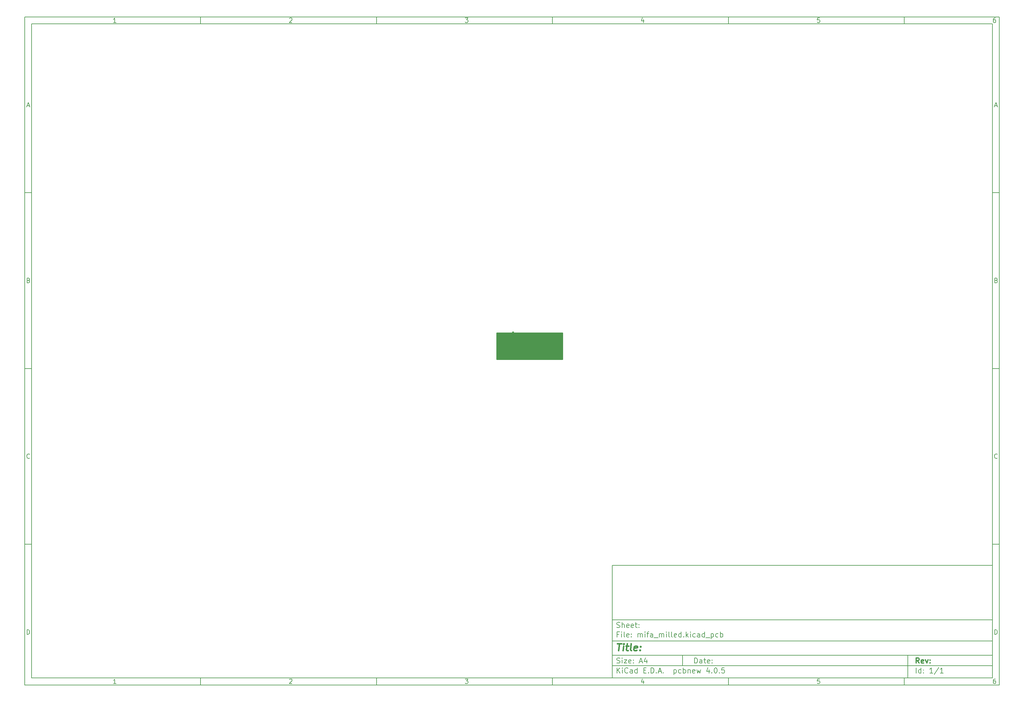
<source format=gbr>
%TF.GenerationSoftware,KiCad,Pcbnew,4.0.5*%
%TF.CreationDate,2017-03-02T13:00:21-08:00*%
%TF.ProjectId,mifa_milled,6D6966615F6D696C6C65642E6B696361,rev?*%
%TF.FileFunction,Copper,L2,Bot,Signal*%
%FSLAX46Y46*%
G04 Gerber Fmt 4.6, Leading zero omitted, Abs format (unit mm)*
G04 Created by KiCad (PCBNEW 4.0.5) date 03/02/17 13:00:21*
%MOMM*%
%LPD*%
G01*
G04 APERTURE LIST*
%ADD10C,0.025400*%
%ADD11C,0.150000*%
%ADD12C,0.300000*%
%ADD13C,0.400000*%
%ADD14R,2.420000X5.080000*%
%ADD15C,0.970000*%
%ADD16R,0.460000X0.890000*%
%ADD17C,0.500380*%
%ADD18C,0.254000*%
G04 APERTURE END LIST*
D10*
D11*
X177002200Y-166007200D02*
X177002200Y-198007200D01*
X285002200Y-198007200D01*
X285002200Y-166007200D01*
X177002200Y-166007200D01*
D10*
D11*
X10000000Y-10000000D02*
X10000000Y-200007200D01*
X287002200Y-200007200D01*
X287002200Y-10000000D01*
X10000000Y-10000000D01*
D10*
D11*
X12000000Y-12000000D02*
X12000000Y-198007200D01*
X285002200Y-198007200D01*
X285002200Y-12000000D01*
X12000000Y-12000000D01*
D10*
D11*
X60000000Y-12000000D02*
X60000000Y-10000000D01*
D10*
D11*
X110000000Y-12000000D02*
X110000000Y-10000000D01*
D10*
D11*
X160000000Y-12000000D02*
X160000000Y-10000000D01*
D10*
D11*
X210000000Y-12000000D02*
X210000000Y-10000000D01*
D10*
D11*
X260000000Y-12000000D02*
X260000000Y-10000000D01*
D10*
D11*
X35990476Y-11588095D02*
X35247619Y-11588095D01*
X35619048Y-11588095D02*
X35619048Y-10288095D01*
X35495238Y-10473810D01*
X35371429Y-10597619D01*
X35247619Y-10659524D01*
D10*
D11*
X85247619Y-10411905D02*
X85309524Y-10350000D01*
X85433333Y-10288095D01*
X85742857Y-10288095D01*
X85866667Y-10350000D01*
X85928571Y-10411905D01*
X85990476Y-10535714D01*
X85990476Y-10659524D01*
X85928571Y-10845238D01*
X85185714Y-11588095D01*
X85990476Y-11588095D01*
D10*
D11*
X135185714Y-10288095D02*
X135990476Y-10288095D01*
X135557143Y-10783333D01*
X135742857Y-10783333D01*
X135866667Y-10845238D01*
X135928571Y-10907143D01*
X135990476Y-11030952D01*
X135990476Y-11340476D01*
X135928571Y-11464286D01*
X135866667Y-11526190D01*
X135742857Y-11588095D01*
X135371429Y-11588095D01*
X135247619Y-11526190D01*
X135185714Y-11464286D01*
D10*
D11*
X185866667Y-10721429D02*
X185866667Y-11588095D01*
X185557143Y-10226190D02*
X185247619Y-11154762D01*
X186052381Y-11154762D01*
D10*
D11*
X235928571Y-10288095D02*
X235309524Y-10288095D01*
X235247619Y-10907143D01*
X235309524Y-10845238D01*
X235433333Y-10783333D01*
X235742857Y-10783333D01*
X235866667Y-10845238D01*
X235928571Y-10907143D01*
X235990476Y-11030952D01*
X235990476Y-11340476D01*
X235928571Y-11464286D01*
X235866667Y-11526190D01*
X235742857Y-11588095D01*
X235433333Y-11588095D01*
X235309524Y-11526190D01*
X235247619Y-11464286D01*
D10*
D11*
X285866667Y-10288095D02*
X285619048Y-10288095D01*
X285495238Y-10350000D01*
X285433333Y-10411905D01*
X285309524Y-10597619D01*
X285247619Y-10845238D01*
X285247619Y-11340476D01*
X285309524Y-11464286D01*
X285371429Y-11526190D01*
X285495238Y-11588095D01*
X285742857Y-11588095D01*
X285866667Y-11526190D01*
X285928571Y-11464286D01*
X285990476Y-11340476D01*
X285990476Y-11030952D01*
X285928571Y-10907143D01*
X285866667Y-10845238D01*
X285742857Y-10783333D01*
X285495238Y-10783333D01*
X285371429Y-10845238D01*
X285309524Y-10907143D01*
X285247619Y-11030952D01*
D10*
D11*
X60000000Y-198007200D02*
X60000000Y-200007200D01*
D10*
D11*
X110000000Y-198007200D02*
X110000000Y-200007200D01*
D10*
D11*
X160000000Y-198007200D02*
X160000000Y-200007200D01*
D10*
D11*
X210000000Y-198007200D02*
X210000000Y-200007200D01*
D10*
D11*
X260000000Y-198007200D02*
X260000000Y-200007200D01*
D10*
D11*
X35990476Y-199595295D02*
X35247619Y-199595295D01*
X35619048Y-199595295D02*
X35619048Y-198295295D01*
X35495238Y-198481010D01*
X35371429Y-198604819D01*
X35247619Y-198666724D01*
D10*
D11*
X85247619Y-198419105D02*
X85309524Y-198357200D01*
X85433333Y-198295295D01*
X85742857Y-198295295D01*
X85866667Y-198357200D01*
X85928571Y-198419105D01*
X85990476Y-198542914D01*
X85990476Y-198666724D01*
X85928571Y-198852438D01*
X85185714Y-199595295D01*
X85990476Y-199595295D01*
D10*
D11*
X135185714Y-198295295D02*
X135990476Y-198295295D01*
X135557143Y-198790533D01*
X135742857Y-198790533D01*
X135866667Y-198852438D01*
X135928571Y-198914343D01*
X135990476Y-199038152D01*
X135990476Y-199347676D01*
X135928571Y-199471486D01*
X135866667Y-199533390D01*
X135742857Y-199595295D01*
X135371429Y-199595295D01*
X135247619Y-199533390D01*
X135185714Y-199471486D01*
D10*
D11*
X185866667Y-198728629D02*
X185866667Y-199595295D01*
X185557143Y-198233390D02*
X185247619Y-199161962D01*
X186052381Y-199161962D01*
D10*
D11*
X235928571Y-198295295D02*
X235309524Y-198295295D01*
X235247619Y-198914343D01*
X235309524Y-198852438D01*
X235433333Y-198790533D01*
X235742857Y-198790533D01*
X235866667Y-198852438D01*
X235928571Y-198914343D01*
X235990476Y-199038152D01*
X235990476Y-199347676D01*
X235928571Y-199471486D01*
X235866667Y-199533390D01*
X235742857Y-199595295D01*
X235433333Y-199595295D01*
X235309524Y-199533390D01*
X235247619Y-199471486D01*
D10*
D11*
X285866667Y-198295295D02*
X285619048Y-198295295D01*
X285495238Y-198357200D01*
X285433333Y-198419105D01*
X285309524Y-198604819D01*
X285247619Y-198852438D01*
X285247619Y-199347676D01*
X285309524Y-199471486D01*
X285371429Y-199533390D01*
X285495238Y-199595295D01*
X285742857Y-199595295D01*
X285866667Y-199533390D01*
X285928571Y-199471486D01*
X285990476Y-199347676D01*
X285990476Y-199038152D01*
X285928571Y-198914343D01*
X285866667Y-198852438D01*
X285742857Y-198790533D01*
X285495238Y-198790533D01*
X285371429Y-198852438D01*
X285309524Y-198914343D01*
X285247619Y-199038152D01*
D10*
D11*
X10000000Y-60000000D02*
X12000000Y-60000000D01*
D10*
D11*
X10000000Y-110000000D02*
X12000000Y-110000000D01*
D10*
D11*
X10000000Y-160000000D02*
X12000000Y-160000000D01*
D10*
D11*
X10690476Y-35216667D02*
X11309524Y-35216667D01*
X10566667Y-35588095D02*
X11000000Y-34288095D01*
X11433333Y-35588095D01*
D10*
D11*
X11092857Y-84907143D02*
X11278571Y-84969048D01*
X11340476Y-85030952D01*
X11402381Y-85154762D01*
X11402381Y-85340476D01*
X11340476Y-85464286D01*
X11278571Y-85526190D01*
X11154762Y-85588095D01*
X10659524Y-85588095D01*
X10659524Y-84288095D01*
X11092857Y-84288095D01*
X11216667Y-84350000D01*
X11278571Y-84411905D01*
X11340476Y-84535714D01*
X11340476Y-84659524D01*
X11278571Y-84783333D01*
X11216667Y-84845238D01*
X11092857Y-84907143D01*
X10659524Y-84907143D01*
D10*
D11*
X11402381Y-135464286D02*
X11340476Y-135526190D01*
X11154762Y-135588095D01*
X11030952Y-135588095D01*
X10845238Y-135526190D01*
X10721429Y-135402381D01*
X10659524Y-135278571D01*
X10597619Y-135030952D01*
X10597619Y-134845238D01*
X10659524Y-134597619D01*
X10721429Y-134473810D01*
X10845238Y-134350000D01*
X11030952Y-134288095D01*
X11154762Y-134288095D01*
X11340476Y-134350000D01*
X11402381Y-134411905D01*
D10*
D11*
X10659524Y-185588095D02*
X10659524Y-184288095D01*
X10969048Y-184288095D01*
X11154762Y-184350000D01*
X11278571Y-184473810D01*
X11340476Y-184597619D01*
X11402381Y-184845238D01*
X11402381Y-185030952D01*
X11340476Y-185278571D01*
X11278571Y-185402381D01*
X11154762Y-185526190D01*
X10969048Y-185588095D01*
X10659524Y-185588095D01*
D10*
D11*
X287002200Y-60000000D02*
X285002200Y-60000000D01*
D10*
D11*
X287002200Y-110000000D02*
X285002200Y-110000000D01*
D10*
D11*
X287002200Y-160000000D02*
X285002200Y-160000000D01*
D10*
D11*
X285692676Y-35216667D02*
X286311724Y-35216667D01*
X285568867Y-35588095D02*
X286002200Y-34288095D01*
X286435533Y-35588095D01*
D10*
D11*
X286095057Y-84907143D02*
X286280771Y-84969048D01*
X286342676Y-85030952D01*
X286404581Y-85154762D01*
X286404581Y-85340476D01*
X286342676Y-85464286D01*
X286280771Y-85526190D01*
X286156962Y-85588095D01*
X285661724Y-85588095D01*
X285661724Y-84288095D01*
X286095057Y-84288095D01*
X286218867Y-84350000D01*
X286280771Y-84411905D01*
X286342676Y-84535714D01*
X286342676Y-84659524D01*
X286280771Y-84783333D01*
X286218867Y-84845238D01*
X286095057Y-84907143D01*
X285661724Y-84907143D01*
D10*
D11*
X286404581Y-135464286D02*
X286342676Y-135526190D01*
X286156962Y-135588095D01*
X286033152Y-135588095D01*
X285847438Y-135526190D01*
X285723629Y-135402381D01*
X285661724Y-135278571D01*
X285599819Y-135030952D01*
X285599819Y-134845238D01*
X285661724Y-134597619D01*
X285723629Y-134473810D01*
X285847438Y-134350000D01*
X286033152Y-134288095D01*
X286156962Y-134288095D01*
X286342676Y-134350000D01*
X286404581Y-134411905D01*
D10*
D11*
X285661724Y-185588095D02*
X285661724Y-184288095D01*
X285971248Y-184288095D01*
X286156962Y-184350000D01*
X286280771Y-184473810D01*
X286342676Y-184597619D01*
X286404581Y-184845238D01*
X286404581Y-185030952D01*
X286342676Y-185278571D01*
X286280771Y-185402381D01*
X286156962Y-185526190D01*
X285971248Y-185588095D01*
X285661724Y-185588095D01*
D10*
D11*
X200359343Y-193785771D02*
X200359343Y-192285771D01*
X200716486Y-192285771D01*
X200930771Y-192357200D01*
X201073629Y-192500057D01*
X201145057Y-192642914D01*
X201216486Y-192928629D01*
X201216486Y-193142914D01*
X201145057Y-193428629D01*
X201073629Y-193571486D01*
X200930771Y-193714343D01*
X200716486Y-193785771D01*
X200359343Y-193785771D01*
X202502200Y-193785771D02*
X202502200Y-193000057D01*
X202430771Y-192857200D01*
X202287914Y-192785771D01*
X202002200Y-192785771D01*
X201859343Y-192857200D01*
X202502200Y-193714343D02*
X202359343Y-193785771D01*
X202002200Y-193785771D01*
X201859343Y-193714343D01*
X201787914Y-193571486D01*
X201787914Y-193428629D01*
X201859343Y-193285771D01*
X202002200Y-193214343D01*
X202359343Y-193214343D01*
X202502200Y-193142914D01*
X203002200Y-192785771D02*
X203573629Y-192785771D01*
X203216486Y-192285771D02*
X203216486Y-193571486D01*
X203287914Y-193714343D01*
X203430772Y-193785771D01*
X203573629Y-193785771D01*
X204645057Y-193714343D02*
X204502200Y-193785771D01*
X204216486Y-193785771D01*
X204073629Y-193714343D01*
X204002200Y-193571486D01*
X204002200Y-193000057D01*
X204073629Y-192857200D01*
X204216486Y-192785771D01*
X204502200Y-192785771D01*
X204645057Y-192857200D01*
X204716486Y-193000057D01*
X204716486Y-193142914D01*
X204002200Y-193285771D01*
X205359343Y-193642914D02*
X205430771Y-193714343D01*
X205359343Y-193785771D01*
X205287914Y-193714343D01*
X205359343Y-193642914D01*
X205359343Y-193785771D01*
X205359343Y-192857200D02*
X205430771Y-192928629D01*
X205359343Y-193000057D01*
X205287914Y-192928629D01*
X205359343Y-192857200D01*
X205359343Y-193000057D01*
D10*
D11*
X177002200Y-194507200D02*
X285002200Y-194507200D01*
D10*
D11*
X178359343Y-196585771D02*
X178359343Y-195085771D01*
X179216486Y-196585771D02*
X178573629Y-195728629D01*
X179216486Y-195085771D02*
X178359343Y-195942914D01*
X179859343Y-196585771D02*
X179859343Y-195585771D01*
X179859343Y-195085771D02*
X179787914Y-195157200D01*
X179859343Y-195228629D01*
X179930771Y-195157200D01*
X179859343Y-195085771D01*
X179859343Y-195228629D01*
X181430772Y-196442914D02*
X181359343Y-196514343D01*
X181145057Y-196585771D01*
X181002200Y-196585771D01*
X180787915Y-196514343D01*
X180645057Y-196371486D01*
X180573629Y-196228629D01*
X180502200Y-195942914D01*
X180502200Y-195728629D01*
X180573629Y-195442914D01*
X180645057Y-195300057D01*
X180787915Y-195157200D01*
X181002200Y-195085771D01*
X181145057Y-195085771D01*
X181359343Y-195157200D01*
X181430772Y-195228629D01*
X182716486Y-196585771D02*
X182716486Y-195800057D01*
X182645057Y-195657200D01*
X182502200Y-195585771D01*
X182216486Y-195585771D01*
X182073629Y-195657200D01*
X182716486Y-196514343D02*
X182573629Y-196585771D01*
X182216486Y-196585771D01*
X182073629Y-196514343D01*
X182002200Y-196371486D01*
X182002200Y-196228629D01*
X182073629Y-196085771D01*
X182216486Y-196014343D01*
X182573629Y-196014343D01*
X182716486Y-195942914D01*
X184073629Y-196585771D02*
X184073629Y-195085771D01*
X184073629Y-196514343D02*
X183930772Y-196585771D01*
X183645058Y-196585771D01*
X183502200Y-196514343D01*
X183430772Y-196442914D01*
X183359343Y-196300057D01*
X183359343Y-195871486D01*
X183430772Y-195728629D01*
X183502200Y-195657200D01*
X183645058Y-195585771D01*
X183930772Y-195585771D01*
X184073629Y-195657200D01*
X185930772Y-195800057D02*
X186430772Y-195800057D01*
X186645058Y-196585771D02*
X185930772Y-196585771D01*
X185930772Y-195085771D01*
X186645058Y-195085771D01*
X187287915Y-196442914D02*
X187359343Y-196514343D01*
X187287915Y-196585771D01*
X187216486Y-196514343D01*
X187287915Y-196442914D01*
X187287915Y-196585771D01*
X188002201Y-196585771D02*
X188002201Y-195085771D01*
X188359344Y-195085771D01*
X188573629Y-195157200D01*
X188716487Y-195300057D01*
X188787915Y-195442914D01*
X188859344Y-195728629D01*
X188859344Y-195942914D01*
X188787915Y-196228629D01*
X188716487Y-196371486D01*
X188573629Y-196514343D01*
X188359344Y-196585771D01*
X188002201Y-196585771D01*
X189502201Y-196442914D02*
X189573629Y-196514343D01*
X189502201Y-196585771D01*
X189430772Y-196514343D01*
X189502201Y-196442914D01*
X189502201Y-196585771D01*
X190145058Y-196157200D02*
X190859344Y-196157200D01*
X190002201Y-196585771D02*
X190502201Y-195085771D01*
X191002201Y-196585771D01*
X191502201Y-196442914D02*
X191573629Y-196514343D01*
X191502201Y-196585771D01*
X191430772Y-196514343D01*
X191502201Y-196442914D01*
X191502201Y-196585771D01*
X194502201Y-195585771D02*
X194502201Y-197085771D01*
X194502201Y-195657200D02*
X194645058Y-195585771D01*
X194930772Y-195585771D01*
X195073629Y-195657200D01*
X195145058Y-195728629D01*
X195216487Y-195871486D01*
X195216487Y-196300057D01*
X195145058Y-196442914D01*
X195073629Y-196514343D01*
X194930772Y-196585771D01*
X194645058Y-196585771D01*
X194502201Y-196514343D01*
X196502201Y-196514343D02*
X196359344Y-196585771D01*
X196073630Y-196585771D01*
X195930772Y-196514343D01*
X195859344Y-196442914D01*
X195787915Y-196300057D01*
X195787915Y-195871486D01*
X195859344Y-195728629D01*
X195930772Y-195657200D01*
X196073630Y-195585771D01*
X196359344Y-195585771D01*
X196502201Y-195657200D01*
X197145058Y-196585771D02*
X197145058Y-195085771D01*
X197145058Y-195657200D02*
X197287915Y-195585771D01*
X197573629Y-195585771D01*
X197716486Y-195657200D01*
X197787915Y-195728629D01*
X197859344Y-195871486D01*
X197859344Y-196300057D01*
X197787915Y-196442914D01*
X197716486Y-196514343D01*
X197573629Y-196585771D01*
X197287915Y-196585771D01*
X197145058Y-196514343D01*
X198502201Y-195585771D02*
X198502201Y-196585771D01*
X198502201Y-195728629D02*
X198573629Y-195657200D01*
X198716487Y-195585771D01*
X198930772Y-195585771D01*
X199073629Y-195657200D01*
X199145058Y-195800057D01*
X199145058Y-196585771D01*
X200430772Y-196514343D02*
X200287915Y-196585771D01*
X200002201Y-196585771D01*
X199859344Y-196514343D01*
X199787915Y-196371486D01*
X199787915Y-195800057D01*
X199859344Y-195657200D01*
X200002201Y-195585771D01*
X200287915Y-195585771D01*
X200430772Y-195657200D01*
X200502201Y-195800057D01*
X200502201Y-195942914D01*
X199787915Y-196085771D01*
X201002201Y-195585771D02*
X201287915Y-196585771D01*
X201573629Y-195871486D01*
X201859344Y-196585771D01*
X202145058Y-195585771D01*
X204502201Y-195585771D02*
X204502201Y-196585771D01*
X204145058Y-195014343D02*
X203787915Y-196085771D01*
X204716487Y-196085771D01*
X205287915Y-196442914D02*
X205359343Y-196514343D01*
X205287915Y-196585771D01*
X205216486Y-196514343D01*
X205287915Y-196442914D01*
X205287915Y-196585771D01*
X206287915Y-195085771D02*
X206430772Y-195085771D01*
X206573629Y-195157200D01*
X206645058Y-195228629D01*
X206716487Y-195371486D01*
X206787915Y-195657200D01*
X206787915Y-196014343D01*
X206716487Y-196300057D01*
X206645058Y-196442914D01*
X206573629Y-196514343D01*
X206430772Y-196585771D01*
X206287915Y-196585771D01*
X206145058Y-196514343D01*
X206073629Y-196442914D01*
X206002201Y-196300057D01*
X205930772Y-196014343D01*
X205930772Y-195657200D01*
X206002201Y-195371486D01*
X206073629Y-195228629D01*
X206145058Y-195157200D01*
X206287915Y-195085771D01*
X207430772Y-196442914D02*
X207502200Y-196514343D01*
X207430772Y-196585771D01*
X207359343Y-196514343D01*
X207430772Y-196442914D01*
X207430772Y-196585771D01*
X208859344Y-195085771D02*
X208145058Y-195085771D01*
X208073629Y-195800057D01*
X208145058Y-195728629D01*
X208287915Y-195657200D01*
X208645058Y-195657200D01*
X208787915Y-195728629D01*
X208859344Y-195800057D01*
X208930772Y-195942914D01*
X208930772Y-196300057D01*
X208859344Y-196442914D01*
X208787915Y-196514343D01*
X208645058Y-196585771D01*
X208287915Y-196585771D01*
X208145058Y-196514343D01*
X208073629Y-196442914D01*
D10*
D11*
X177002200Y-191507200D02*
X285002200Y-191507200D01*
D10*
D12*
X264216486Y-193785771D02*
X263716486Y-193071486D01*
X263359343Y-193785771D02*
X263359343Y-192285771D01*
X263930771Y-192285771D01*
X264073629Y-192357200D01*
X264145057Y-192428629D01*
X264216486Y-192571486D01*
X264216486Y-192785771D01*
X264145057Y-192928629D01*
X264073629Y-193000057D01*
X263930771Y-193071486D01*
X263359343Y-193071486D01*
X265430771Y-193714343D02*
X265287914Y-193785771D01*
X265002200Y-193785771D01*
X264859343Y-193714343D01*
X264787914Y-193571486D01*
X264787914Y-193000057D01*
X264859343Y-192857200D01*
X265002200Y-192785771D01*
X265287914Y-192785771D01*
X265430771Y-192857200D01*
X265502200Y-193000057D01*
X265502200Y-193142914D01*
X264787914Y-193285771D01*
X266002200Y-192785771D02*
X266359343Y-193785771D01*
X266716485Y-192785771D01*
X267287914Y-193642914D02*
X267359342Y-193714343D01*
X267287914Y-193785771D01*
X267216485Y-193714343D01*
X267287914Y-193642914D01*
X267287914Y-193785771D01*
X267287914Y-192857200D02*
X267359342Y-192928629D01*
X267287914Y-193000057D01*
X267216485Y-192928629D01*
X267287914Y-192857200D01*
X267287914Y-193000057D01*
D10*
D11*
X178287914Y-193714343D02*
X178502200Y-193785771D01*
X178859343Y-193785771D01*
X179002200Y-193714343D01*
X179073629Y-193642914D01*
X179145057Y-193500057D01*
X179145057Y-193357200D01*
X179073629Y-193214343D01*
X179002200Y-193142914D01*
X178859343Y-193071486D01*
X178573629Y-193000057D01*
X178430771Y-192928629D01*
X178359343Y-192857200D01*
X178287914Y-192714343D01*
X178287914Y-192571486D01*
X178359343Y-192428629D01*
X178430771Y-192357200D01*
X178573629Y-192285771D01*
X178930771Y-192285771D01*
X179145057Y-192357200D01*
X179787914Y-193785771D02*
X179787914Y-192785771D01*
X179787914Y-192285771D02*
X179716485Y-192357200D01*
X179787914Y-192428629D01*
X179859342Y-192357200D01*
X179787914Y-192285771D01*
X179787914Y-192428629D01*
X180359343Y-192785771D02*
X181145057Y-192785771D01*
X180359343Y-193785771D01*
X181145057Y-193785771D01*
X182287914Y-193714343D02*
X182145057Y-193785771D01*
X181859343Y-193785771D01*
X181716486Y-193714343D01*
X181645057Y-193571486D01*
X181645057Y-193000057D01*
X181716486Y-192857200D01*
X181859343Y-192785771D01*
X182145057Y-192785771D01*
X182287914Y-192857200D01*
X182359343Y-193000057D01*
X182359343Y-193142914D01*
X181645057Y-193285771D01*
X183002200Y-193642914D02*
X183073628Y-193714343D01*
X183002200Y-193785771D01*
X182930771Y-193714343D01*
X183002200Y-193642914D01*
X183002200Y-193785771D01*
X183002200Y-192857200D02*
X183073628Y-192928629D01*
X183002200Y-193000057D01*
X182930771Y-192928629D01*
X183002200Y-192857200D01*
X183002200Y-193000057D01*
X184787914Y-193357200D02*
X185502200Y-193357200D01*
X184645057Y-193785771D02*
X185145057Y-192285771D01*
X185645057Y-193785771D01*
X186787914Y-192785771D02*
X186787914Y-193785771D01*
X186430771Y-192214343D02*
X186073628Y-193285771D01*
X187002200Y-193285771D01*
D10*
D11*
X263359343Y-196585771D02*
X263359343Y-195085771D01*
X264716486Y-196585771D02*
X264716486Y-195085771D01*
X264716486Y-196514343D02*
X264573629Y-196585771D01*
X264287915Y-196585771D01*
X264145057Y-196514343D01*
X264073629Y-196442914D01*
X264002200Y-196300057D01*
X264002200Y-195871486D01*
X264073629Y-195728629D01*
X264145057Y-195657200D01*
X264287915Y-195585771D01*
X264573629Y-195585771D01*
X264716486Y-195657200D01*
X265430772Y-196442914D02*
X265502200Y-196514343D01*
X265430772Y-196585771D01*
X265359343Y-196514343D01*
X265430772Y-196442914D01*
X265430772Y-196585771D01*
X265430772Y-195657200D02*
X265502200Y-195728629D01*
X265430772Y-195800057D01*
X265359343Y-195728629D01*
X265430772Y-195657200D01*
X265430772Y-195800057D01*
X268073629Y-196585771D02*
X267216486Y-196585771D01*
X267645058Y-196585771D02*
X267645058Y-195085771D01*
X267502201Y-195300057D01*
X267359343Y-195442914D01*
X267216486Y-195514343D01*
X269787914Y-195014343D02*
X268502200Y-196942914D01*
X271073629Y-196585771D02*
X270216486Y-196585771D01*
X270645058Y-196585771D02*
X270645058Y-195085771D01*
X270502201Y-195300057D01*
X270359343Y-195442914D01*
X270216486Y-195514343D01*
D10*
D11*
X177002200Y-187507200D02*
X285002200Y-187507200D01*
D10*
D13*
X178454581Y-188211962D02*
X179597438Y-188211962D01*
X178776010Y-190211962D02*
X179026010Y-188211962D01*
X180014105Y-190211962D02*
X180180771Y-188878629D01*
X180264105Y-188211962D02*
X180156962Y-188307200D01*
X180240295Y-188402438D01*
X180347439Y-188307200D01*
X180264105Y-188211962D01*
X180240295Y-188402438D01*
X180847438Y-188878629D02*
X181609343Y-188878629D01*
X181216486Y-188211962D02*
X181002200Y-189926248D01*
X181073630Y-190116724D01*
X181252201Y-190211962D01*
X181442677Y-190211962D01*
X182395058Y-190211962D02*
X182216487Y-190116724D01*
X182145057Y-189926248D01*
X182359343Y-188211962D01*
X183930772Y-190116724D02*
X183728391Y-190211962D01*
X183347439Y-190211962D01*
X183168867Y-190116724D01*
X183097438Y-189926248D01*
X183192676Y-189164343D01*
X183311724Y-188973867D01*
X183514105Y-188878629D01*
X183895057Y-188878629D01*
X184073629Y-188973867D01*
X184145057Y-189164343D01*
X184121248Y-189354819D01*
X183145057Y-189545295D01*
X184895057Y-190021486D02*
X184978392Y-190116724D01*
X184871248Y-190211962D01*
X184787915Y-190116724D01*
X184895057Y-190021486D01*
X184871248Y-190211962D01*
X185026010Y-188973867D02*
X185109344Y-189069105D01*
X185002200Y-189164343D01*
X184918867Y-189069105D01*
X185026010Y-188973867D01*
X185002200Y-189164343D01*
D10*
D11*
X178859343Y-185600057D02*
X178359343Y-185600057D01*
X178359343Y-186385771D02*
X178359343Y-184885771D01*
X179073629Y-184885771D01*
X179645057Y-186385771D02*
X179645057Y-185385771D01*
X179645057Y-184885771D02*
X179573628Y-184957200D01*
X179645057Y-185028629D01*
X179716485Y-184957200D01*
X179645057Y-184885771D01*
X179645057Y-185028629D01*
X180573629Y-186385771D02*
X180430771Y-186314343D01*
X180359343Y-186171486D01*
X180359343Y-184885771D01*
X181716485Y-186314343D02*
X181573628Y-186385771D01*
X181287914Y-186385771D01*
X181145057Y-186314343D01*
X181073628Y-186171486D01*
X181073628Y-185600057D01*
X181145057Y-185457200D01*
X181287914Y-185385771D01*
X181573628Y-185385771D01*
X181716485Y-185457200D01*
X181787914Y-185600057D01*
X181787914Y-185742914D01*
X181073628Y-185885771D01*
X182430771Y-186242914D02*
X182502199Y-186314343D01*
X182430771Y-186385771D01*
X182359342Y-186314343D01*
X182430771Y-186242914D01*
X182430771Y-186385771D01*
X182430771Y-185457200D02*
X182502199Y-185528629D01*
X182430771Y-185600057D01*
X182359342Y-185528629D01*
X182430771Y-185457200D01*
X182430771Y-185600057D01*
X184287914Y-186385771D02*
X184287914Y-185385771D01*
X184287914Y-185528629D02*
X184359342Y-185457200D01*
X184502200Y-185385771D01*
X184716485Y-185385771D01*
X184859342Y-185457200D01*
X184930771Y-185600057D01*
X184930771Y-186385771D01*
X184930771Y-185600057D02*
X185002200Y-185457200D01*
X185145057Y-185385771D01*
X185359342Y-185385771D01*
X185502200Y-185457200D01*
X185573628Y-185600057D01*
X185573628Y-186385771D01*
X186287914Y-186385771D02*
X186287914Y-185385771D01*
X186287914Y-184885771D02*
X186216485Y-184957200D01*
X186287914Y-185028629D01*
X186359342Y-184957200D01*
X186287914Y-184885771D01*
X186287914Y-185028629D01*
X186787914Y-185385771D02*
X187359343Y-185385771D01*
X187002200Y-186385771D02*
X187002200Y-185100057D01*
X187073628Y-184957200D01*
X187216486Y-184885771D01*
X187359343Y-184885771D01*
X188502200Y-186385771D02*
X188502200Y-185600057D01*
X188430771Y-185457200D01*
X188287914Y-185385771D01*
X188002200Y-185385771D01*
X187859343Y-185457200D01*
X188502200Y-186314343D02*
X188359343Y-186385771D01*
X188002200Y-186385771D01*
X187859343Y-186314343D01*
X187787914Y-186171486D01*
X187787914Y-186028629D01*
X187859343Y-185885771D01*
X188002200Y-185814343D01*
X188359343Y-185814343D01*
X188502200Y-185742914D01*
X188859343Y-186528629D02*
X190002200Y-186528629D01*
X190359343Y-186385771D02*
X190359343Y-185385771D01*
X190359343Y-185528629D02*
X190430771Y-185457200D01*
X190573629Y-185385771D01*
X190787914Y-185385771D01*
X190930771Y-185457200D01*
X191002200Y-185600057D01*
X191002200Y-186385771D01*
X191002200Y-185600057D02*
X191073629Y-185457200D01*
X191216486Y-185385771D01*
X191430771Y-185385771D01*
X191573629Y-185457200D01*
X191645057Y-185600057D01*
X191645057Y-186385771D01*
X192359343Y-186385771D02*
X192359343Y-185385771D01*
X192359343Y-184885771D02*
X192287914Y-184957200D01*
X192359343Y-185028629D01*
X192430771Y-184957200D01*
X192359343Y-184885771D01*
X192359343Y-185028629D01*
X193287915Y-186385771D02*
X193145057Y-186314343D01*
X193073629Y-186171486D01*
X193073629Y-184885771D01*
X194073629Y-186385771D02*
X193930771Y-186314343D01*
X193859343Y-186171486D01*
X193859343Y-184885771D01*
X195216485Y-186314343D02*
X195073628Y-186385771D01*
X194787914Y-186385771D01*
X194645057Y-186314343D01*
X194573628Y-186171486D01*
X194573628Y-185600057D01*
X194645057Y-185457200D01*
X194787914Y-185385771D01*
X195073628Y-185385771D01*
X195216485Y-185457200D01*
X195287914Y-185600057D01*
X195287914Y-185742914D01*
X194573628Y-185885771D01*
X196573628Y-186385771D02*
X196573628Y-184885771D01*
X196573628Y-186314343D02*
X196430771Y-186385771D01*
X196145057Y-186385771D01*
X196002199Y-186314343D01*
X195930771Y-186242914D01*
X195859342Y-186100057D01*
X195859342Y-185671486D01*
X195930771Y-185528629D01*
X196002199Y-185457200D01*
X196145057Y-185385771D01*
X196430771Y-185385771D01*
X196573628Y-185457200D01*
X197287914Y-186242914D02*
X197359342Y-186314343D01*
X197287914Y-186385771D01*
X197216485Y-186314343D01*
X197287914Y-186242914D01*
X197287914Y-186385771D01*
X198002200Y-186385771D02*
X198002200Y-184885771D01*
X198145057Y-185814343D02*
X198573628Y-186385771D01*
X198573628Y-185385771D02*
X198002200Y-185957200D01*
X199216486Y-186385771D02*
X199216486Y-185385771D01*
X199216486Y-184885771D02*
X199145057Y-184957200D01*
X199216486Y-185028629D01*
X199287914Y-184957200D01*
X199216486Y-184885771D01*
X199216486Y-185028629D01*
X200573629Y-186314343D02*
X200430772Y-186385771D01*
X200145058Y-186385771D01*
X200002200Y-186314343D01*
X199930772Y-186242914D01*
X199859343Y-186100057D01*
X199859343Y-185671486D01*
X199930772Y-185528629D01*
X200002200Y-185457200D01*
X200145058Y-185385771D01*
X200430772Y-185385771D01*
X200573629Y-185457200D01*
X201859343Y-186385771D02*
X201859343Y-185600057D01*
X201787914Y-185457200D01*
X201645057Y-185385771D01*
X201359343Y-185385771D01*
X201216486Y-185457200D01*
X201859343Y-186314343D02*
X201716486Y-186385771D01*
X201359343Y-186385771D01*
X201216486Y-186314343D01*
X201145057Y-186171486D01*
X201145057Y-186028629D01*
X201216486Y-185885771D01*
X201359343Y-185814343D01*
X201716486Y-185814343D01*
X201859343Y-185742914D01*
X203216486Y-186385771D02*
X203216486Y-184885771D01*
X203216486Y-186314343D02*
X203073629Y-186385771D01*
X202787915Y-186385771D01*
X202645057Y-186314343D01*
X202573629Y-186242914D01*
X202502200Y-186100057D01*
X202502200Y-185671486D01*
X202573629Y-185528629D01*
X202645057Y-185457200D01*
X202787915Y-185385771D01*
X203073629Y-185385771D01*
X203216486Y-185457200D01*
X203573629Y-186528629D02*
X204716486Y-186528629D01*
X205073629Y-185385771D02*
X205073629Y-186885771D01*
X205073629Y-185457200D02*
X205216486Y-185385771D01*
X205502200Y-185385771D01*
X205645057Y-185457200D01*
X205716486Y-185528629D01*
X205787915Y-185671486D01*
X205787915Y-186100057D01*
X205716486Y-186242914D01*
X205645057Y-186314343D01*
X205502200Y-186385771D01*
X205216486Y-186385771D01*
X205073629Y-186314343D01*
X207073629Y-186314343D02*
X206930772Y-186385771D01*
X206645058Y-186385771D01*
X206502200Y-186314343D01*
X206430772Y-186242914D01*
X206359343Y-186100057D01*
X206359343Y-185671486D01*
X206430772Y-185528629D01*
X206502200Y-185457200D01*
X206645058Y-185385771D01*
X206930772Y-185385771D01*
X207073629Y-185457200D01*
X207716486Y-186385771D02*
X207716486Y-184885771D01*
X207716486Y-185457200D02*
X207859343Y-185385771D01*
X208145057Y-185385771D01*
X208287914Y-185457200D01*
X208359343Y-185528629D01*
X208430772Y-185671486D01*
X208430772Y-186100057D01*
X208359343Y-186242914D01*
X208287914Y-186314343D01*
X208145057Y-186385771D01*
X207859343Y-186385771D01*
X207716486Y-186314343D01*
D10*
D11*
X177002200Y-181507200D02*
X285002200Y-181507200D01*
D10*
D11*
X178287914Y-183614343D02*
X178502200Y-183685771D01*
X178859343Y-183685771D01*
X179002200Y-183614343D01*
X179073629Y-183542914D01*
X179145057Y-183400057D01*
X179145057Y-183257200D01*
X179073629Y-183114343D01*
X179002200Y-183042914D01*
X178859343Y-182971486D01*
X178573629Y-182900057D01*
X178430771Y-182828629D01*
X178359343Y-182757200D01*
X178287914Y-182614343D01*
X178287914Y-182471486D01*
X178359343Y-182328629D01*
X178430771Y-182257200D01*
X178573629Y-182185771D01*
X178930771Y-182185771D01*
X179145057Y-182257200D01*
X179787914Y-183685771D02*
X179787914Y-182185771D01*
X180430771Y-183685771D02*
X180430771Y-182900057D01*
X180359342Y-182757200D01*
X180216485Y-182685771D01*
X180002200Y-182685771D01*
X179859342Y-182757200D01*
X179787914Y-182828629D01*
X181716485Y-183614343D02*
X181573628Y-183685771D01*
X181287914Y-183685771D01*
X181145057Y-183614343D01*
X181073628Y-183471486D01*
X181073628Y-182900057D01*
X181145057Y-182757200D01*
X181287914Y-182685771D01*
X181573628Y-182685771D01*
X181716485Y-182757200D01*
X181787914Y-182900057D01*
X181787914Y-183042914D01*
X181073628Y-183185771D01*
X183002199Y-183614343D02*
X182859342Y-183685771D01*
X182573628Y-183685771D01*
X182430771Y-183614343D01*
X182359342Y-183471486D01*
X182359342Y-182900057D01*
X182430771Y-182757200D01*
X182573628Y-182685771D01*
X182859342Y-182685771D01*
X183002199Y-182757200D01*
X183073628Y-182900057D01*
X183073628Y-183042914D01*
X182359342Y-183185771D01*
X183502199Y-182685771D02*
X184073628Y-182685771D01*
X183716485Y-182185771D02*
X183716485Y-183471486D01*
X183787913Y-183614343D01*
X183930771Y-183685771D01*
X184073628Y-183685771D01*
X184573628Y-183542914D02*
X184645056Y-183614343D01*
X184573628Y-183685771D01*
X184502199Y-183614343D01*
X184573628Y-183542914D01*
X184573628Y-183685771D01*
X184573628Y-182757200D02*
X184645056Y-182828629D01*
X184573628Y-182900057D01*
X184502199Y-182828629D01*
X184573628Y-182757200D01*
X184573628Y-182900057D01*
D10*
D11*
X197002200Y-191507200D02*
X197002200Y-194507200D01*
D10*
D11*
X261002200Y-191507200D02*
X261002200Y-198007200D01*
D14*
X146496000Y-104488400D03*
X155256000Y-104488400D03*
D15*
X146496000Y-101048400D03*
X155256000Y-101048400D03*
D16*
X146496000Y-101498400D03*
X155256000Y-101498400D03*
D17*
X162496500Y-100152200D03*
X161607500Y-100152200D03*
X160718500Y-100152200D03*
X159829500Y-100152200D03*
X158940500Y-100152200D03*
X158051500Y-100152200D03*
X157162500Y-100152200D03*
X156273500Y-100152200D03*
X155384500Y-100152200D03*
X154495500Y-100152200D03*
X153606500Y-100152200D03*
X152717500Y-101041200D03*
X152717500Y-100152200D03*
X148780500Y-99707700D03*
D18*
X162864800Y-99834700D02*
X144145000Y-99834700D01*
X162864800Y-100037900D02*
X144145000Y-100037900D01*
X162864800Y-100241100D02*
X144145000Y-100241100D01*
X162864800Y-100444300D02*
X144145000Y-100444300D01*
X162864800Y-100647500D02*
X144145000Y-100647500D01*
X162864800Y-100850700D02*
X144145000Y-100850700D01*
X162864800Y-101053900D02*
X144145000Y-101053900D01*
X162864800Y-101257100D02*
X144145000Y-101257100D01*
X162864800Y-101460300D02*
X144145000Y-101460300D01*
X162864800Y-101663500D02*
X144145000Y-101663500D01*
X162864800Y-101866700D02*
X144145000Y-101866700D01*
X162864800Y-102069900D02*
X144145000Y-102069900D01*
X162864800Y-102273100D02*
X144145000Y-102273100D01*
X162864800Y-102476300D02*
X144145000Y-102476300D01*
X162864800Y-102679500D02*
X144145000Y-102679500D01*
X162864800Y-102882700D02*
X144145000Y-102882700D01*
X162864800Y-103085900D02*
X144145000Y-103085900D01*
X162864800Y-103289100D02*
X144145000Y-103289100D01*
X162864800Y-103492300D02*
X144145000Y-103492300D01*
X162864800Y-103695500D02*
X144145000Y-103695500D01*
X162864800Y-103898700D02*
X144145000Y-103898700D01*
X162864800Y-104101900D02*
X144145000Y-104101900D01*
X162864800Y-104305100D02*
X144145000Y-104305100D01*
X162864800Y-104508300D02*
X144145000Y-104508300D01*
X162864800Y-104711500D02*
X144145000Y-104711500D01*
X162864800Y-104914700D02*
X144145000Y-104914700D01*
X162864800Y-105117900D02*
X144145000Y-105117900D01*
X162864800Y-105321100D02*
X144145000Y-105321100D01*
X162864800Y-105524300D02*
X144145000Y-105524300D01*
X162864800Y-105727500D02*
X144145000Y-105727500D01*
X162864800Y-105930700D02*
X144145000Y-105930700D01*
X162864800Y-106133900D02*
X144145000Y-106133900D01*
X162864800Y-106337100D02*
X144145000Y-106337100D01*
X162864800Y-106540300D02*
X144145000Y-106540300D01*
X162864800Y-106743500D02*
X144145000Y-106743500D01*
X162864800Y-106946700D02*
X144145000Y-106946700D01*
X162864800Y-107149900D02*
X144145000Y-107149900D01*
X162864800Y-107353100D02*
X144145000Y-107353100D01*
X162864800Y-107403900D02*
X144145000Y-107403900D01*
X144145000Y-99834700D01*
X162864800Y-99834700D01*
X162864800Y-107403900D01*
M02*

</source>
